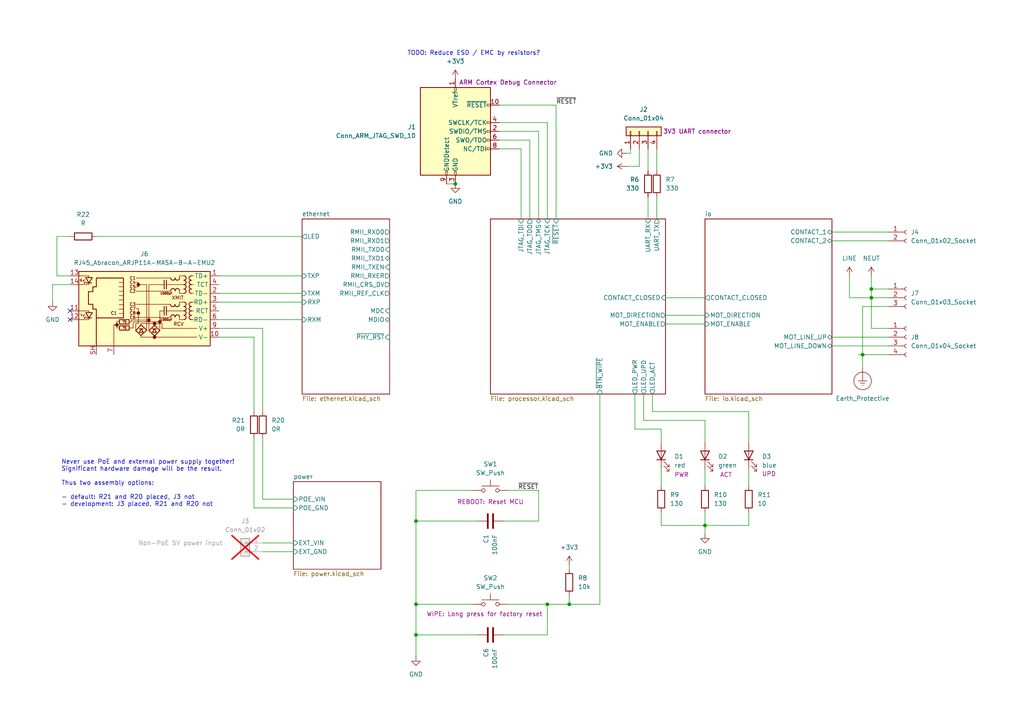
<source format=kicad_sch>
(kicad_sch (version 20250114) (generator "eeschema") (generator_version "9.0")
  (paper "A4")
  (title_block (title "iot-contact"))
  (lib_symbols
    (symbol "Connector:Conn_01x02_Socket" (pin_names (offset 1.016) (hide yes))
      (property "Reference" "J" (at 0 2.54 0))
      (property "Value" "Conn_01x02_Socket" (at 0 -5.08 0))
      (symbol "Conn_01x02_Socket_1_1"
        (polyline (pts (xy -1.27 0) (xy -0.508 0)) (stroke (width 0.1524)))
        (polyline (pts (xy -1.27 -2.54) (xy -0.508 -2.54)) (stroke (width 0.1524)))
        (arc (start 0 -0.508) (mid -0.5058 0) (end 0 0.508) (stroke (width 0.1524)))
        (arc (start 0 -3.048) (mid -0.5058 -2.54) (end 0 -2.032) (stroke (width 0.1524)))
        (pin passive line (at -5.08 0 0) (length 3.81) (name "Pin_1") (number "1"))
        (pin passive line (at -5.08 -2.54 0) (length 3.81) (name "Pin_2") (number "2"))
      )
    )
    (symbol "Connector:Conn_01x03_Socket" (pin_names (offset 1.016) (hide yes))
      (property "Reference" "J" (at 0 5.08 0))
      (property "Value" "Conn_01x03_Socket" (at 0 -5.08 0))
      (symbol "Conn_01x03_Socket_1_1"
        (polyline (pts (xy -1.27 2.54) (xy -0.508 2.54)) (stroke (width 0.1524)))
        (polyline (pts (xy -1.27 0) (xy -0.508 0)) (stroke (width 0.1524)))
        (polyline (pts (xy -1.27 -2.54) (xy -0.508 -2.54)) (stroke (width 0.1524)))
        (arc (start 0 2.032) (mid -0.5058 2.54) (end 0 3.048) (stroke (width 0.1524)))
        (arc (start 0 -0.508) (mid -0.5058 0) (end 0 0.508) (stroke (width 0.1524)))
        (arc (start 0 -3.048) (mid -0.5058 -2.54) (end 0 -2.032) (stroke (width 0.1524)))
        (pin passive line (at -5.08 2.54 0) (length 3.81) (name "Pin_1") (number "1"))
        (pin passive line (at -5.08 0 0) (length 3.81) (name "Pin_2") (number "2"))
        (pin passive line (at -5.08 -2.54 0) (length 3.81) (name "Pin_3") (number "3"))
      )
    )
    (symbol "Connector:Conn_01x04_Socket" (pin_names (offset 1.016) (hide yes))
      (property "Reference" "J" (at 0 5.08 0))
      (property "Value" "Conn_01x04_Socket" (at 0 -7.62 0))
      (symbol "Conn_01x04_Socket_1_1"
        (polyline (pts (xy -1.27 2.54) (xy -0.508 2.54)) (stroke (width 0.1524)))
        (polyline (pts (xy -1.27 0) (xy -0.508 0)) (stroke (width 0.1524)))
        (polyline (pts (xy -1.27 -2.54) (xy -0.508 -2.54)) (stroke (width 0.1524)))
        (polyline (pts (xy -1.27 -5.08) (xy -0.508 -5.08)) (stroke (width 0.1524)))
        (arc (start 0 2.032) (mid -0.5058 2.54) (end 0 3.048) (stroke (width 0.1524)))
        (arc (start 0 -0.508) (mid -0.5058 0) (end 0 0.508) (stroke (width 0.1524)))
        (arc (start 0 -3.048) (mid -0.5058 -2.54) (end 0 -2.032) (stroke (width 0.1524)))
        (arc (start 0 -5.588) (mid -0.5058 -5.08) (end 0 -4.572) (stroke (width 0.1524)))
        (pin passive line (at -5.08 2.54 0) (length 3.81) (name "Pin_1") (number "1"))
        (pin passive line (at -5.08 0 0) (length 3.81) (name "Pin_2") (number "2"))
        (pin passive line (at -5.08 -2.54 0) (length 3.81) (name "Pin_3") (number "3"))
        (pin passive line (at -5.08 -5.08 0) (length 3.81) (name "Pin_4") (number "4"))
      )
    )
    (symbol "Connector:Conn_ARM_JTAG_SWD_10" (pin_names (offset 1.016))
      (property "Reference" "J" (at -2.54 16.51 0))
      (property "Value" "Conn_ARM_JTAG_SWD_10" (at -2.54 13.97 0))
      (symbol "Conn_ARM_JTAG_SWD_10_0_1"
        (rectangle (start -10.16 12.7) (end 10.16 -12.7) (stroke (width 0.254)) (fill (type background)))
        (rectangle (start -2.794 -12.7) (end -2.286 -11.684))
        (rectangle (start -0.254 12.7) (end 0.254 11.684))
        (rectangle (start -0.254 -12.7) (end 0.254 -11.684))
        (rectangle (start 9.144 2.286) (end 10.16 2.794))
        (rectangle (start 10.16 7.874) (end 9.144 7.366))
        (rectangle (start 10.16 -0.254) (end 9.144 0.254))
        (rectangle (start 10.16 -2.794) (end 9.144 -2.286))
      )
      (symbol "Conn_ARM_JTAG_SWD_10_1_1"
        (rectangle (start 9.144 -5.334) (end 10.16 -4.826))
        (pin no_connect line (at -10.16 0 0) (length 2.54) (hide yes) (name "KEY") (number "7"))
        (pin passive line (at -2.54 -15.24 90) (length 2.54) (name "GNDDetect") (number "9"))
        (pin power_in line (at 0 15.24 270) (length 2.54) (name "VTref") (number "1"))
        (pin power_in line (at 0 -15.24 90) (length 2.54) (name "GND") (number "3"))
        (pin passive line (at 0 -15.24 90) (length 2.54) (hide yes) (name "GND") (number "5"))
        (pin open_collector line (at 12.7 7.62 180) (length 2.54) (name "~{RESET}") (number "10"))
        (pin output line (at 12.7 2.54 180) (length 2.54) (name "SWCLK/TCK") (number "4"))
        (pin bidirectional line (at 12.7 0 180) (length 2.54) (name "SWDIO/TMS") (number "2"))
        (pin input line (at 12.7 -2.54 180) (length 2.54) (name "SWO/TDO") (number "6"))
        (pin output line (at 12.7 -5.08 180) (length 2.54) (name "NC/TDI") (number "8"))
      )
    )
    (symbol "Connector:RJ45_Abracon_ARJP11A-MASA-B-A-EMU2"
      (property "Reference" "J" (at 18.415 12.7 0))
      (property "Value" "RJ45_Abracon_ARJP11A-MASA-B-A-EMU2" (at -4.445 12.7 0))
      (symbol "RJ45_Abracon_ARJP11A-MASA-B-A-EMU2_0_0"
        (polyline (pts (xy -5.08 8.89) (xy -5.08 6.35)) (stroke (width 0.254)))
        (polyline (pts (xy -5.08 1.27) (xy -5.08 -1.27)) (stroke (width 0.254)))
        (polyline (pts (xy -4.445 8.89) (xy -4.445 6.35)) (stroke (width 0.254)))
        (polyline (pts (xy -4.445 1.27) (xy -4.445 -1.27)) (stroke (width 0.254)))
        (circle (center -3.175 -3.175) (radius 0.0001) (stroke (width 0.508)))
        (circle (center -1.651 -3.683) (radius 0.0001) (stroke (width 0.508)))
        (circle (center -1.651 -7.62) (radius 0.0001) (stroke (width 0.508)))
        (circle (center 0 -2.667) (radius 0.0001) (stroke (width 0.508)))
        (circle (center 3.048 7.62) (radius 0.0001) (stroke (width 0.508)))
        (circle (center 3.048 -0.635) (radius 0.0001) (stroke (width 0.508)))
        (polyline (pts (xy 3.683 8.255) (xy 3.048 8.255) (xy 3.048 6.985) (xy 3.683 6.985)))
        (polyline (pts (xy 3.683 0.635) (xy 3.048 0.635) (xy 3.048 -0.635) (xy 3.683 -0.635)))
        (polyline (pts (xy 8.636 -4.953) (xy 9.271 -4.953) (xy 9.271 -3.048) (xy 8.636 -3.048)))
        (polyline (pts (xy 9.271 -4.064) (xy 10.16 -4.064)))
        (circle (center 9.271 -4.064) (radius 0.0001) (stroke (width 0.508)))
        (polyline (pts (xy 17.399 9.652) (xy 17.399 10.16) (xy 20.32 10.16)))
        (polyline (pts (xy 17.399 -0.508) (xy 17.399 0) (xy 20.32 0)))
        (polyline (pts (xy 20.32 7.62) (xy 17.399 7.62) (xy 17.399 8.128)))
        (polyline (pts (xy 20.32 -2.54) (xy 17.399 -2.54) (xy 17.399 -2.032)))
        (text "XMIT" (at -10.16 3.81 0) (effects (font (size 1.016 1.016)) (justify left)))
        (text "RCV" (at -10.16 -3.81 0) (effects (font (size 1.016 1.016)) (justify left)))
        (text "C1" (at 4.699 9.525 0) (effects (font (size 0.889 0.889))))
        (text "C4" (at 4.699 8.255 0) (effects (font (size 0.889 0.889))))
        (text "C5" (at 4.699 6.985 0) (effects (font (size 0.889 0.889))))
        (text "C2" (at 4.699 5.715 0) (effects (font (size 0.889 0.889))))
        (text "C3" (at 4.699 1.905 0) (effects (font (size 0.889 0.889))))
        (text "C7" (at 4.699 0.635 0) (effects (font (size 0.889 0.889))))
        (text "C8" (at 4.699 -0.635 0) (effects (font (size 0.889 0.889))))
        (text "C6" (at 4.699 -1.905 0) (effects (font (size 0.889 0.889))))
        (text "C1" (at 10.16 -0.635 0) (effects (font (size 0.889 0.889))))
      )
      (symbol "RJ45_Abracon_ARJP11A-MASA-B-A-EMU2_0_1"
        (rectangle (start -17.78 11.43) (end 20.32 -10.16) (stroke (width 0.254)) (fill (type background)))
        (polyline (pts (xy -12.3163 10.16) (xy -12.9513 10.16)))
        (polyline (pts (xy -12.3163 7.62) (xy -12.9513 7.62)))
        (polyline (pts (xy -12.3163 5.08) (xy -12.9513 5.08)))
        (polyline (pts (xy -12.3163 2.54) (xy -12.9513 2.54)))
        (polyline (pts (xy -12.3163 0) (xy -12.9513 0)))
        (polyline (pts (xy -12.3163 -2.54) (xy -12.9513 -2.54)))
        (polyline (pts (xy -10.16 10.16) (xy -8.89 10.16) (xy -8.89 9.525)))
        (polyline (pts (xy -10.16 2.54) (xy -8.89 2.54) (xy -8.89 1.905)))
        (polyline (pts (xy -8.89 5.715) (xy -8.89 5.08) (xy -10.16 5.08)))
        (polyline (pts (xy -8.89 -1.905) (xy -8.89 -2.54) (xy -10.16 -2.54)))
        (polyline (pts (xy -6.35 9.525) (xy 3.683 9.525)))
        (polyline (pts (xy -6.35 5.715) (xy 3.683 5.715)))
        (polyline (pts (xy -6.35 -1.905) (xy 3.683 -1.905)))
        (polyline (pts (xy -6.223 1.905) (xy 3.683 1.905)))
        (polyline (pts (xy -5.08 7.62) (xy -10.16 7.62)))
        (polyline (pts (xy -5.08 0) (xy -10.16 0)))
        (polyline (pts (xy -4.445 7.62) (xy 0 7.62) (xy 0 -5.715)))
        (polyline (pts (xy -4.445 0) (xy -3.175 0) (xy -3.175 -5.715)))
        (polyline (pts (xy 7.366 5.715) (xy 8.636 5.715)))
        (polyline (pts (xy 7.366 4.445) (xy 8.636 4.445)))
        (polyline (pts (xy 7.366 3.175) (xy 8.636 3.175)))
        (polyline (pts (xy 7.366 1.778) (xy 8.636 1.778)))
        (polyline (pts (xy 7.366 0.508) (xy 8.636 0.508)))
        (polyline (pts (xy 8.636 8.255) (xy 7.366 8.255)))
        (polyline (pts (xy 8.636 6.985) (xy 7.366 6.985)))
        (polyline (pts (xy 8.636 -0.762) (xy 7.366 -0.762)))
      )
      (symbol "RJ45_Abracon_ARJP11A-MASA-B-A-EMU2_1_0"
        (text "1000pF" (at -5.08 5.08 0) (effects (font (size 0.635 0.635))))
        (text "1000pF" (at -5.08 -2.54 0) (effects (font (size 0.635 0.635))))
      )
      (symbol "RJ45_Abracon_ARJP11A-MASA-B-A-EMU2_1_1"
        (polyline (pts (xy -13.97 -5.08) (xy -3.81 -5.08)))
        (polyline (pts (xy -13.97 -7.62) (xy 2.286 -7.62)))
        (arc (start -12.3163 2.54) (mid -11.684 1.905) (end -12.3163 1.27) (stroke (width 0.254)))
        (arc (start -12.3136 10.16) (mid -11.6813 9.525) (end -12.3136 8.89) (stroke (width 0.254)))
        (arc (start -12.3136 1.27) (mid -11.6813 0.635) (end -12.3136 0) (stroke (width 0.254)))
        (arc (start -12.3136 0) (mid -11.6813 -0.635) (end -12.3136 -1.27) (stroke (width 0.254)))
        (arc (start -12.3136 -1.27) (mid -11.6813 -1.905) (end -12.3136 -2.54) (stroke (width 0.254)))
        (arc (start -12.3109 8.89) (mid -11.6786 8.255) (end -12.3109 7.62) (stroke (width 0.254)))
        (arc (start -12.3109 7.62) (mid -11.6786 6.985) (end -12.3109 6.35) (stroke (width 0.254)))
        (arc (start -12.3109 6.35) (mid -11.6786 5.715) (end -12.3109 5.08) (stroke (width 0.254)))
        (arc (start -10.1654 8.89) (mid -10.7977 9.525) (end -10.1654 10.16) (stroke (width 0.254)))
        (arc (start -10.1654 7.62) (mid -10.7977 8.255) (end -10.1654 8.89) (stroke (width 0.254)))
        (arc (start -10.1654 6.35) (mid -10.7977 6.985) (end -10.1654 7.62) (stroke (width 0.254)))
        (arc (start -10.1654 1.27) (mid -10.7977 1.905) (end -10.1654 2.54) (stroke (width 0.254)))
        (arc (start -10.1654 0) (mid -10.7977 0.635) (end -10.1654 1.27) (stroke (width 0.254)))
        (arc (start -10.1654 -1.27) (mid -10.7977 -0.635) (end -10.1654 0) (stroke (width 0.254)))
        (arc (start -10.1627 5.08) (mid -10.795 5.715) (end -10.1627 6.35) (stroke (width 0.254)))
        (arc (start -10.1627 -2.54) (mid -10.795 -1.905) (end -10.1627 -1.27) (stroke (width 0.254)))
        (arc (start -7.62 9.5223) (mid -8.255 8.89) (end -8.89 9.5223) (stroke (width 0.254)))
        (arc (start -8.89 5.8447) (mid -8.255 6.477) (end -7.62 5.8447) (stroke (width 0.254)))
        (arc (start -8.89 -1.7753) (mid -8.255 -1.143) (end -7.62 -1.7753) (stroke (width 0.254)))
        (arc (start -7.5565 1.8388) (mid -8.1915 1.2065) (end -8.8265 1.8388) (stroke (width 0.254)))
        (arc (start -6.35 9.525) (mid -6.985 8.8927) (end -7.62 9.525) (stroke (width 0.254)))
        (arc (start -7.62 5.8474) (mid -6.985 6.4797) (end -6.35 5.8474) (stroke (width 0.254)))
        (arc (start -7.62 -1.7726) (mid -6.985 -1.1403) (end -6.35 -1.7726) (stroke (width 0.254)))
        (arc (start -6.2865 1.8415) (mid -6.9215 1.2092) (end -7.5565 1.8415) (stroke (width 0.254)))
        (polyline (pts (xy -3.81 -5.08) (xy -3.81 -3.683) (xy -1.651 -3.683)))
        (polyline (pts (xy -2.159 -5.207) (xy -1.016 -5.207)) (stroke (width 0.254)))
        (polyline (pts (xy -2.159 -6.223) (xy -1.016 -6.223) (xy -1.651 -5.207) (xy -2.159 -6.223)) (stroke (width 0.254)))
        (polyline (pts (xy -1.905 -3.683) (xy -1.651 -3.683) (xy -1.651 -4.191)))
        (polyline (pts (xy -1.651 -3.683) (xy 2.286 -3.683) (xy 2.286 -4.064)))
        (polyline (pts (xy -1.651 -4.191) (xy -3.175 -5.715) (xy -1.651 -7.239) (xy 0 -5.715) (xy -1.651 -4.191)) (stroke (width 0.254)))
        (polyline (pts (xy -1.651 -7.239) (xy -1.651 -7.493)))
        (polyline (pts (xy 1.651 -5.207) (xy 2.794 -5.207)) (stroke (width 0.254)))
        (polyline (pts (xy 1.651 -6.223) (xy 2.794 -6.223) (xy 2.159 -5.207) (xy 1.651 -6.223)) (stroke (width 0.254)))
        (polyline (pts (xy 2.286 -4.064) (xy 0.635 -5.588) (xy 2.286 -7.112) (xy 3.81 -5.715) (xy 2.286 -4.064)) (stroke (width 0.254)))
        (polyline (pts (xy 2.286 -7.112) (xy 2.286 -7.62)))
        (polyline (pts (xy 3.048 7.62) (xy 0.635 7.62) (xy 0.635 -5.588)))
        (polyline (pts (xy 3.048 -0.508) (xy 3.048 -3.683) (xy 3.81 -3.683) (xy 3.81 -5.715)))
        (polyline (pts (xy 5.715 -3.175) (xy 5.08 -3.175) (xy 5.08 -2.667) (xy 0 -2.667)))
        (polyline (pts (xy 5.715 -4.953) (xy 4.572 -4.953) (xy 4.572 -3.175) (xy -3.175 -3.175)))
        (polyline (pts (xy 7.366 -2.032) (xy 7.366 9.525) (xy 15.24 9.525) (xy 15.24 6.985) (xy 16.256 6.985) (xy 16.256 5.588) (xy 17.526 5.588) (xy 17.526 1.905) (xy 16.256 1.905) (xy 16.256 0.508) (xy 15.24 0.508) (xy 15.24 -2.032) (xy 7.366 -2.032)) (stroke (width 0.254)))
        (rectangle (start 8.509 -3.81) (end 5.715 -2.54) (stroke (width 0.254)))
        (rectangle (start 8.509 -5.588) (end 5.715 -4.318) (stroke (width 0.254)))
        (polyline (pts (xy 10.16 -4.064) (xy 10.16 -10.16)))
        (polyline (pts (xy 15.24 -10.16) (xy 15.24 -2.032)) (stroke (width 0.254)))
        (polyline (pts (xy 18.161 8.128) (xy 16.637 8.128)) (stroke (width 0.254)))
        (polyline (pts (xy 18.161 -2.032) (xy 16.637 -2.032)) (stroke (width 0.254)))
        (polyline (pts (xy 18.288 9.652) (xy 16.383 9.652) (xy 17.399 8.128) (xy 18.288 9.652)) (stroke (width 0.254)))
        (polyline (pts (xy 18.288 8.509) (xy 18.796 8.001) (xy 18.542 8.001)))
        (polyline (pts (xy 18.288 -0.508) (xy 16.383 -0.508) (xy 17.399 -2.032) (xy 18.288 -0.508)) (stroke (width 0.254)))
        (polyline (pts (xy 18.288 -1.651) (xy 18.796 -2.159) (xy 18.542 -2.159)))
        (polyline (pts (xy 18.542 9.144) (xy 19.05 8.636) (xy 18.796 8.636)))
        (polyline (pts (xy 18.542 -1.016) (xy 19.05 -1.524) (xy 18.796 -1.524)))
        (polyline (pts (xy 18.796 8.001) (xy 18.796 8.255)))
        (polyline (pts (xy 18.796 -2.159) (xy 18.796 -1.905)))
        (polyline (pts (xy 19.05 8.636) (xy 19.05 8.89)))
        (polyline (pts (xy 19.05 -1.524) (xy 19.05 -1.27)))
        (text "75" (at 7.112 -3.175 0) (effects (font (size 0.635 0.635))))
        (text "75" (at 7.112 -4.953 0) (effects (font (size 0.635 0.635))))
        (text "Y" (at 19.558 -1.27 0) (effects (font (size 0.635 0.635))))
        (text "G" (at 19.685 8.89 0) (effects (font (size 0.635 0.635))))
        (pin passive line (at -20.32 10.16 0) (length 2.54) (name "TD+") (number "1"))
        (pin passive line (at -20.32 7.62 0) (length 2.54) (name "TCT") (number "4"))
        (pin passive line (at -20.32 5.08 0) (length 2.54) (name "TD-") (number "2"))
        (pin passive line (at -20.32 2.54 0) (length 2.54) (name "RD+") (number "3"))
        (pin passive line (at -20.32 0 0) (length 2.54) (name "RCT") (number "5"))
        (pin passive line (at -20.32 -2.54 0) (length 2.54) (name "RD-") (number "6"))
        (pin power_out line (at -20.32 -5.08 0) (length 2.54) (name "V+") (number "9"))
        (pin power_out line (at -20.32 -7.62 0) (length 2.54) (name "V-") (number "10"))
        (pin power_in line (at 10.16 -12.7 90) (length 2.54) (name "") (number "7"))
        (pin passive line (at 15.24 -12.7 90) (length 2.54) (name "") (number "SH"))
        (pin no_connect line (at 20.32 5.08 0) (length 0) (hide yes) (name "NC") (number "8"))
        (pin passive line (at 22.86 10.16 180) (length 2.54) (name "") (number "13"))
        (pin passive line (at 22.86 7.62 180) (length 2.54) (name "") (number "14"))
        (pin passive line (at 22.86 0 180) (length 2.54) (name "") (number "11"))
        (pin passive line (at 22.86 -2.54 180) (length 2.54) (name "") (number "12"))
      )
    )
    (symbol "Connector_Generic:Conn_01x02" (pin_names (offset 1.016) (hide yes))
      (property "Reference" "J" (at 0 2.54 0))
      (property "Value" "Conn_01x02" (at 0 -5.08 0))
      (symbol "Conn_01x02_1_1"
        (rectangle (start -1.27 1.27) (end 1.27 -3.81) (stroke (width 0.254)) (fill (type background)))
        (rectangle (start -1.27 0.127) (end 0 -0.127) (stroke (width 0.1524)))
        (rectangle (start -1.27 -2.413) (end 0 -2.667) (stroke (width 0.1524)))
        (pin passive line (at -5.08 0 0) (length 3.81) (name "Pin_1") (number "1"))
        (pin passive line (at -5.08 -2.54 0) (length 3.81) (name "Pin_2") (number "2"))
      )
    )
    (symbol "Connector_Generic:Conn_01x04" (pin_names (offset 1.016) (hide yes))
      (property "Reference" "J" (at 0 5.08 0))
      (property "Value" "Conn_01x04" (at 0 -7.62 0))
      (symbol "Conn_01x04_1_1"
        (rectangle (start -1.27 3.81) (end 1.27 -6.35) (stroke (width 0.254)) (fill (type background)))
        (rectangle (start -1.27 2.667) (end 0 2.413) (stroke (width 0.1524)))
        (rectangle (start -1.27 0.127) (end 0 -0.127) (stroke (width 0.1524)))
        (rectangle (start -1.27 -2.413) (end 0 -2.667) (stroke (width 0.1524)))
        (rectangle (start -1.27 -4.953) (end 0 -5.207) (stroke (width 0.1524)))
        (pin passive line (at -5.08 2.54 0) (length 3.81) (name "Pin_1") (number "1"))
        (pin passive line (at -5.08 0 0) (length 3.81) (name "Pin_2") (number "2"))
        (pin passive line (at -5.08 -2.54 0) (length 3.81) (name "Pin_3") (number "3"))
        (pin passive line (at -5.08 -5.08 0) (length 3.81) (name "Pin_4") (number "4"))
      )
    )
    (symbol "Device:C" (pin_numbers (hide yes)) (pin_names (offset 0.254))
      (property "Reference" "C" (at 0.635 2.54 0))
      (property "Value" "C" (at 0.635 -2.54 0))
      (symbol "C_0_1"
        (polyline (pts (xy -2.032 0.762) (xy 2.032 0.762)) (stroke (width 0.508)))
        (polyline (pts (xy -2.032 -0.762) (xy 2.032 -0.762)) (stroke (width 0.508)))
      )
      (symbol "C_1_1"
        (pin passive line (at 0 3.81 270) (length 2.794) (name "~") (number "1"))
        (pin passive line (at 0 -3.81 90) (length 2.794) (name "~") (number "2"))
      )
    )
    (symbol "Device:LED" (pin_numbers (hide yes)) (pin_names (offset 1.016) (hide yes))
      (property "Reference" "D" (at 0 2.54 0))
      (property "Value" "LED" (at 0 -2.54 0))
      (symbol "LED_0_1"
        (polyline (pts (xy -3.048 -0.762) (xy -4.572 -2.286) (xy -3.81 -2.286) (xy -4.572 -2.286) (xy -4.572 -1.524)))
        (polyline (pts (xy -1.778 -0.762) (xy -3.302 -2.286) (xy -2.54 -2.286) (xy -3.302 -2.286) (xy -3.302 -1.524)))
        (polyline (pts (xy -1.27 0) (xy 1.27 0)))
        (polyline (pts (xy -1.27 -1.27) (xy -1.27 1.27)) (stroke (width 0.254)))
        (polyline (pts (xy 1.27 -1.27) (xy 1.27 1.27) (xy -1.27 0) (xy 1.27 -1.27)) (stroke (width 0.254)))
      )
      (symbol "LED_1_1"
        (pin passive line (at -3.81 0 0) (length 2.54) (name "K") (number "1"))
        (pin passive line (at 3.81 0 180) (length 2.54) (name "A") (number "2"))
      )
    )
    (symbol "Device:R" (pin_numbers (hide yes)) (pin_names (offset 0))
      (property "Reference" "R" (at 2.032 0 90))
      (property "Value" "R" (at 0 0 90))
      (symbol "R_0_1"
        (rectangle (start -1.016 -2.54) (end 1.016 2.54) (stroke (width 0.254)))
      )
      (symbol "R_1_1"
        (pin passive line (at 0 3.81 270) (length 1.27) (name "~") (number "1"))
        (pin passive line (at 0 -3.81 90) (length 1.27) (name "~") (number "2"))
      )
    )
    (symbol "Switch:SW_Push" (pin_numbers (hide yes)) (pin_names (offset 1.016) (hide yes))
      (property "Reference" "SW" (at 1.27 2.54 0))
      (property "Value" "SW_Push" (at 0 -1.524 0))
      (symbol "SW_Push_0_1"
        (circle (center -2.032 0) (radius 0.508))
        (polyline (pts (xy 0 1.27) (xy 0 3.048)))
        (circle (center 2.032 0) (radius 0.508))
        (polyline (pts (xy 2.54 1.27) (xy -2.54 1.27)))
        (pin passive line (at -5.08 0 0) (length 2.54) (name "1") (number "1"))
        (pin passive line (at 5.08 0 180) (length 2.54) (name "2") (number "2"))
      )
    )
    (symbol "power:+3V3" (power) (pin_numbers (hide yes)) (pin_names (offset 0) (hide yes))
      (property "Value" "+3V3" (at 0 3.556 0))
      (symbol "+3V3_0_1"
        (polyline (pts (xy -0.762 1.27) (xy 0 2.54)))
        (polyline (pts (xy 0 2.54) (xy 0.762 1.27)))
        (polyline (pts (xy 0 0) (xy 0 2.54)))
      )
      (symbol "+3V3_1_1"
        (pin power_in line (at 0 0 90) (length 0) (name "~") (number "1"))
      )
    )
    (symbol "power:Earth_Protective" (power) (pin_numbers (hide yes)) (pin_names (offset 0) (hide yes))
      (property "Value" "Earth_Protective" (at 0 -7.62 0))
      (symbol "Earth_Protective_0_1"
        (polyline (pts (xy -0.635 -4.445) (xy 0.635 -4.445)))
        (polyline (pts (xy -0.127 -5.08) (xy 0.127 -5.08)))
        (polyline (pts (xy 0 -3.81) (xy 0 0)))
        (circle (center 0 -3.81) (radius 2.54))
        (polyline (pts (xy 1.27 -3.81) (xy -1.27 -3.81)))
      )
      (symbol "Earth_Protective_1_1"
        (pin power_in line (at 0 0 270) (length 0) (name "~") (number "1"))
      )
    )
    (symbol "power:GND" (power) (pin_numbers (hide yes)) (pin_names (offset 0) (hide yes))
      (property "Value" "GND" (at 0 -3.81 0))
      (symbol "GND_0_1"
        (polyline (pts (xy 0 0) (xy 0 -1.27) (xy 1.27 -1.27) (xy 0 -2.54) (xy -1.27 -1.27) (xy 0 -1.27)))
      )
      (symbol "GND_1_1"
        (pin power_in line (at 0 0 270) (length 0) (name "~") (number "1"))
      )
    )
    (symbol "power:LINE" (power) (pin_numbers (hide yes)) (pin_names (offset 0) (hide yes))
      (property "Value" "LINE" (at 0 3.556 0))
      (symbol "LINE_0_1"
        (polyline (pts (xy -0.762 1.27) (xy 0 2.54)))
        (polyline (pts (xy 0 2.54) (xy 0.762 1.27)))
        (polyline (pts (xy 0 0) (xy 0 2.54)))
      )
      (symbol "LINE_1_1"
        (pin power_in line (at 0 0 90) (length 0) (name "~") (number "1"))
      )
    )
    (symbol "power:NEUT" (power) (pin_numbers (hide yes)) (pin_names (offset 0) (hide yes))
      (property "Value" "NEUT" (at 0 3.556 0))
      (symbol "NEUT_0_1"
        (polyline (pts (xy -0.762 1.27) (xy 0 2.54)))
        (polyline (pts (xy 0 2.54) (xy 0.762 1.27)))
        (polyline (pts (xy 0 0) (xy 0 2.54)))
      )
      (symbol "NEUT_1_1"
        (pin power_in line (at 0 0 90) (length 0) (name "~") (number "1"))
      )
    )
  )
  (text "Never use PoE and external power supply together!\nSignificant hardware damage will be the result.\n\nThus two assembly options:\n\n- default: R21 and R20 placed, J3 not\n- development: J3 placed, R21 and R20 not" (at 17.78 140.208 0) (effects (font (size 1.27 1.27)) (justify left)))
  (text "TODO: Reduce ESD / EMC by resistors?" (at 137.414 15.494 0) (effects (font (size 1.27 1.27))))
  (junction (at 120.65 184.15))
  (junction (at 250.19 102.87))
  (junction (at 120.65 175.26))
  (junction (at 204.47 152.4))
  (junction (at 165.1 175.26))
  (junction (at 120.65 151.13))
  (junction (at 158.75 175.26))
  (junction (at 252.73 86.36))
  (junction (at 252.73 83.82))
  (junction (at 132.08 53.34))
  (no_connect (at 20.32 90.17))
  (no_connect (at 20.32 92.71))
  (wire (pts (xy 204.47 152.4) (xy 204.47 154.94)))
  (wire (pts (xy 153.67 40.64) (xy 153.67 63.5)))
  (wire (pts (xy 190.5 57.15) (xy 190.5 63.5)))
  (wire (pts (xy 120.65 175.26) (xy 137.16 175.26)))
  (wire (pts (xy 120.65 175.26) (xy 120.65 184.15)))
  (wire (pts (xy 241.3 97.79) (xy 257.81 97.79)))
  (wire (pts (xy 257.81 95.25) (xy 252.73 95.25)))
  (wire (pts (xy 76.2 127) (xy 76.2 144.78)))
  (wire (pts (xy 250.19 102.87) (xy 248.92 102.87)))
  (wire (pts (xy 241.3 67.31) (xy 257.81 67.31)))
  (wire (pts (xy 146.05 151.13) (xy 156.21 151.13)))
  (wire (pts (xy 185.42 48.26) (xy 181.61 48.26)))
  (wire (pts (xy 158.75 184.15) (xy 158.75 175.26)))
  (wire (pts (xy 252.73 86.36) (xy 257.81 86.36)))
  (wire (pts (xy 147.32 175.26) (xy 158.75 175.26)))
  (wire (pts (xy 191.77 148.59) (xy 191.77 152.4)))
  (wire (pts (xy 252.73 95.25) (xy 252.73 86.36)))
  (wire (pts (xy 20.32 82.55) (xy 15.24 82.55)))
  (wire (pts (xy 144.78 35.56) (xy 158.75 35.56)))
  (wire (pts (xy 165.1 175.26) (xy 158.75 175.26)))
  (wire (pts (xy 193.04 86.36) (xy 204.47 86.36)))
  (wire (pts (xy 144.78 30.48) (xy 161.29 30.48)))
  (wire (pts (xy 246.38 86.36) (xy 252.73 86.36)))
  (wire (pts (xy 161.29 30.48) (xy 161.29 63.5)))
  (wire (pts (xy 16.51 68.58) (xy 16.51 80.01)))
  (wire (pts (xy 173.99 114.3) (xy 173.99 175.26)))
  (wire (pts (xy 27.94 68.58) (xy 87.63 68.58)))
  (wire (pts (xy 120.65 142.24) (xy 120.65 151.13)))
  (wire (pts (xy 191.77 152.4) (xy 204.47 152.4)))
  (wire (pts (xy 241.3 69.85) (xy 257.81 69.85)))
  (wire (pts (xy 129.54 53.34) (xy 132.08 53.34)))
  (wire (pts (xy 16.51 80.01) (xy 20.32 80.01)))
  (wire (pts (xy 189.23 114.3) (xy 189.23 119.38)))
  (wire (pts (xy 144.78 40.64) (xy 153.67 40.64)))
  (wire (pts (xy 73.66 97.79) (xy 73.66 119.38)))
  (wire (pts (xy 181.61 44.45) (xy 182.88 44.45)))
  (wire (pts (xy 252.73 83.82) (xy 257.81 83.82)))
  (wire (pts (xy 187.96 57.15) (xy 187.96 63.5)))
  (wire (pts (xy 63.5 95.25) (xy 76.2 95.25)))
  (wire (pts (xy 120.65 151.13) (xy 120.65 175.26)))
  (wire (pts (xy 63.5 92.71) (xy 87.63 92.71)))
  (wire (pts (xy 184.15 124.46) (xy 184.15 114.3)))
  (wire (pts (xy 250.19 102.87) (xy 250.19 88.9)))
  (wire (pts (xy 185.42 43.18) (xy 185.42 48.26)))
  (wire (pts (xy 252.73 83.82) (xy 252.73 86.36)))
  (wire (pts (xy 217.17 135.89) (xy 217.17 140.97)))
  (wire (pts (xy 144.78 43.18) (xy 151.13 43.18)))
  (wire (pts (xy 120.65 151.13) (xy 138.43 151.13)))
  (wire (pts (xy 165.1 163.83) (xy 165.1 165.1)))
  (wire (pts (xy 187.96 43.18) (xy 187.96 49.53)))
  (wire (pts (xy 165.1 172.72) (xy 165.1 175.26)))
  (wire (pts (xy 182.88 44.45) (xy 182.88 43.18)))
  (wire (pts (xy 120.65 184.15) (xy 120.65 190.5)))
  (wire (pts (xy 76.2 160.02) (xy 85.09 160.02)))
  (wire (pts (xy 156.21 38.1) (xy 156.21 63.5)))
  (wire (pts (xy 73.66 127) (xy 73.66 147.32)))
  (wire (pts (xy 189.23 119.38) (xy 217.17 119.38)))
  (wire (pts (xy 63.5 97.79) (xy 73.66 97.79)))
  (wire (pts (xy 190.5 43.18) (xy 190.5 49.53)))
  (wire (pts (xy 193.04 91.44) (xy 204.47 91.44)))
  (wire (pts (xy 217.17 152.4) (xy 204.47 152.4)))
  (wire (pts (xy 76.2 144.78) (xy 85.09 144.78)))
  (wire (pts (xy 173.99 175.26) (xy 165.1 175.26)))
  (wire (pts (xy 158.75 35.56) (xy 158.75 63.5)))
  (wire (pts (xy 246.38 80.01) (xy 246.38 86.36)))
  (wire (pts (xy 186.69 114.3) (xy 186.69 121.92)))
  (wire (pts (xy 63.5 80.01) (xy 87.63 80.01)))
  (wire (pts (xy 250.19 102.87) (xy 257.81 102.87)))
  (wire (pts (xy 250.19 106.68) (xy 250.19 102.87)))
  (wire (pts (xy 144.78 38.1) (xy 156.21 38.1)))
  (wire (pts (xy 250.19 88.9) (xy 257.81 88.9)))
  (wire (pts (xy 191.77 124.46) (xy 191.77 128.27)))
  (wire (pts (xy 204.47 135.89) (xy 204.47 140.97)))
  (wire (pts (xy 204.47 121.92) (xy 204.47 128.27)))
  (wire (pts (xy 252.73 80.01) (xy 252.73 83.82)))
  (wire (pts (xy 151.13 43.18) (xy 151.13 63.5)))
  (wire (pts (xy 186.69 121.92) (xy 204.47 121.92)))
  (wire (pts (xy 76.2 157.48) (xy 85.09 157.48)))
  (wire (pts (xy 120.65 142.24) (xy 137.16 142.24)))
  (wire (pts (xy 217.17 119.38) (xy 217.17 128.27)))
  (wire (pts (xy 193.04 93.98) (xy 204.47 93.98)))
  (wire (pts (xy 191.77 124.46) (xy 184.15 124.46)))
  (wire (pts (xy 73.66 147.32) (xy 85.09 147.32)))
  (wire (pts (xy 191.77 135.89) (xy 191.77 140.97)))
  (wire (pts (xy 241.3 100.33) (xy 257.81 100.33)))
  (wire (pts (xy 204.47 148.59) (xy 204.47 152.4)))
  (wire (pts (xy 147.32 142.24) (xy 156.21 142.24)))
  (wire (pts (xy 20.32 68.58) (xy 16.51 68.58)))
  (wire (pts (xy 146.05 184.15) (xy 158.75 184.15)))
  (wire (pts (xy 15.24 82.55) (xy 15.24 87.63)))
  (wire (pts (xy 76.2 95.25) (xy 76.2 119.38)))
  (wire (pts (xy 217.17 148.59) (xy 217.17 152.4)))
  (wire (pts (xy 138.43 184.15) (xy 120.65 184.15)))
  (wire (pts (xy 63.5 85.09) (xy 87.63 85.09)))
  (wire (pts (xy 156.21 151.13) (xy 156.21 142.24)))
  (wire (pts (xy 63.5 87.63) (xy 87.63 87.63)))
  (label "~{RESET}" (at 161.29 30.48 0))
  (label "~{RESET}" (at 156.21 142.24 180))
  (symbol (lib_id "Device:R") (at 217.17 144.78 0) (unit 1)
    (property "Reference" "R11" (at 219.71 143.5099 0) (effects (justify left)))
    (property "Value" "10" (at 219.71 146.0499 0) (effects (justify left)))
    (property "Description" "Resistor" (effects (hide yes)))
  )
  (symbol (lib_id "Connector:RJ45_Abracon_ARJP11A-MASA-B-A-EMU2") (at 43.18 90.17 0) (mirror y) (unit 1)
    (property "Reference" "J6" (at 41.91 73.66 0))
    (property "Value" "RJ45_Abracon_ARJP11A-MASA-B-A-EMU2" (at 41.91 76.2 0))
    (property "Footprint" "Connector_RJ:RJ45_Abracon_ARJP11A-MA_Horizontal" (effects (hide yes)))
    (property "Datasheet" "https://abracon.com/Magnetics/lan/ARJP11A.PDF" (effects (hide yes)))
    (property "Description" "RJ45 PoE 10/100 Base-TX Jack with Magnetic Module" (effects (hide yes)))
  )
  (symbol (lib_id "Switch:SW_Push") (at 142.24 142.24 0) (mirror y) (unit 1)
    (property "Reference" "SW1" (at 142.24 134.62 0))
    (property "Value" "SW_Push" (at 142.24 137.16 0))
    (property "Footprint" "Button_Switch_SMD:SW_SPST_TL3305B" (effects (hide yes)))
    (property "Datasheet" "https://www.e-switch.com/wp-content/uploads/2024/08/TL3305.pdf" (effects (hide yes)))
    (property "Description" "REBOOT: Reset MCU" (at 132.588 145.542 0) (effects (justify right)))
    (property "MPN" "TL3305BF260QG" (effects (hide yes)))
    (property "Manufacturer" "E-Switch" (effects (hide yes)))
  )
  (symbol (lib_id "Connector:Conn_01x04_Socket") (at 262.89 97.79 0) (unit 1)
    (property "Reference" "J8" (at 264.16 97.7899 0) (effects (justify left)))
    (property "Value" "Conn_01x04_Socket" (at 264.16 100.3299 0) (effects (justify left)))
    (property "Footprint" "TerminalBlock_WAGO:TerminalBlock_WAGO_236-404_1x04_P5.00mm_45Degree" (effects (hide yes)))
    (property "Description" "Generic connector, single row, 01x04, script generated" (effects (hide yes)))
  )
  (symbol (lib_id "Device:R") (at 76.2 123.19 0) (unit 1)
    (property "Reference" "R20" (at 78.74 121.9199 0) (effects (justify left)))
    (property "Value" "0R" (at 78.74 124.4599 0) (effects (justify left)))
    (property "Description" "Resistor" (effects (hide yes)))
  )
  (symbol (lib_id "Device:R") (at 190.5 53.34 0) (unit 1)
    (property "Reference" "R7" (at 193.04 52.0699 0) (effects (justify left)))
    (property "Value" "330" (at 193.04 54.6099 0) (effects (justify left)))
    (property "Description" "Resistor" (effects (hide yes)))
  )
  (symbol (lib_id "Switch:SW_Push") (at 142.24 175.26 0) (mirror y) (unit 1)
    (property "Reference" "SW2" (at 142.24 167.64 0))
    (property "Value" "SW_Push" (at 142.24 170.18 0))
    (property "Footprint" "Button_Switch_SMD:SW_SPST_TL3305B" (effects (hide yes)))
    (property "Datasheet" "https://www.e-switch.com/wp-content/uploads/2024/08/TL3305.pdf" (effects (hide yes)))
    (property "Description" "WIPE: Long press for factory reset" (at 123.698 178.054 0) (effects (justify right)))
    (property "MPN" "TL3305BF260QG" (effects (hide yes)))
    (property "Manufacturer" "E-Switch" (effects (hide yes)))
  )
  (symbol (lib_id "Device:LED") (at 217.17 132.08 90) (unit 1)
    (property "Reference" "D3" (at 220.98 132.3974 90) (effects (justify right)))
    (property "Value" "blue" (at 220.98 134.9374 90) (effects (justify right)))
    (property "Footprint" "LED_SMD:LED_1206_3216Metric" (effects (hide yes)))
    (property "Datasheet" "https://s3-us-west-2.amazonaws.com/catsy.557/Dialight_CBI_data_598-1206_Apr2018.pdf" (effects (hide yes)))
    (property "Description" "UPD" (at 220.98 137.414 90) (effects (justify right)))
    (property "MPN" "598-8291-107F" (effects (hide yes)))
    (property "Manufacturer" "Dialight" (effects (hide yes)))
  )
  (symbol (lib_id "Connector_Generic:Conn_01x04") (at 185.42 38.1 90) (unit 1)
    (property "Reference" "J2" (at 186.69 31.75 90))
    (property "Value" "Conn_01x04" (at 186.69 34.29 90))
    (property "Footprint" "Connector_PinHeader_2.54mm:PinHeader_1x04_P2.54mm_Vertical" (effects (hide yes)))
    (property "Description" "3V3 UART connector" (at 202.184 38.1 90))
  )
  (symbol (lib_id "Device:R") (at 73.66 123.19 0) (unit 1)
    (property "Reference" "R21" (at 71.12 121.9199 0) (effects (justify right)))
    (property "Value" "0R" (at 71.12 124.4599 0) (effects (justify right)))
    (property "Description" "Resistor" (effects (hide yes)))
  )
  (symbol (lib_id "Connector:Conn_01x03_Socket") (at 262.89 86.36 0) (unit 1)
    (property "Reference" "J7" (at 264.16 85.0899 0) (effects (justify left)))
    (property "Value" "Conn_01x03_Socket" (at 264.16 87.6299 0) (effects (justify left)))
    (property "Footprint" "TerminalBlock_WAGO:TerminalBlock_WAGO_236-403_1x03_P5.00mm_45Degree" (effects (hide yes)))
    (property "Description" "Generic connector, single row, 01x03, script generated" (effects (hide yes)))
  )
  (symbol (lib_id "Device:R") (at 165.1 168.91 0) (unit 1)
    (property "Reference" "R8" (at 167.64 167.6399 0) (effects (justify left)))
    (property "Value" "10k" (at 167.64 170.1799 0) (effects (justify left)))
    (property "Description" "Resistor" (effects (hide yes)))
  )
  (symbol (lib_id "power:NEUT") (at 252.73 80.01 0) (unit 1)
    (property "Reference" "#PWR027" (effects (hide yes)))
    (property "Value" "NEUT" (at 252.73 74.93 0))
    (property "Description" "Power symbol creates a global label with name \"NEUT\"" (effects (hide yes)))
  )
  (symbol (lib_id "Connector:Conn_ARM_JTAG_SWD_10") (at 132.08 38.1 0) (unit 1)
    (property "Reference" "J1" (at 120.65 36.8299 0) (effects (justify right)))
    (property "Value" "Conn_ARM_JTAG_SWD_10" (at 120.65 39.3699 0) (effects (justify right)))
    (property "Datasheet" "https://mm.digikey.com/Volume0/opasdata/d220001/medias/docus/6209/ftsh-1xx-xx-xxx-dv-xxx-xxx-x-xx-mkt.pdf" (effects (hide yes)))
    (property "Description" "ARM Cortex Debug Connector" (at 147.32 23.876 0))
    (property "MPN" "FTSH-105-01-L-DV-007-K-TR" (effects (hide yes)))
    (property "Manufacturer" "samtec" (effects (hide yes)))
  )
  (symbol (lib_id "Connector_Generic:Conn_01x02") (at 71.12 157.48 0) (mirror y) (unit 1) (dnp yes)
    (property "Reference" "J3" (at 71.12 151.13 0))
    (property "Value" "Conn_01x02" (at 71.12 153.67 0))
    (property "Footprint" "Connector_PinHeader_2.54mm:PinHeader_1x02_P2.54mm_Vertical" (effects (hide yes)))
    (property "Description" "Non-PoE 5V power input" (at 52.324 157.48 0))
  )
  (symbol (lib_id "power:GND") (at 120.65 190.5 0) (unit 1)
    (property "Reference" "#PWR04" (effects (hide yes)))
    (property "Value" "GND" (at 120.65 195.58 0))
    (property "Description" "Power symbol creates a global label with name \"GND\" , ground" (effects (hide yes)))
  )
  (symbol (lib_id "power:+3V3") (at 181.61 48.26 90) (unit 1)
    (property "Reference" "#PWR06" (effects (hide yes)))
    (property "Value" "+3V3" (at 177.8 48.2599 90) (effects (justify left)))
    (property "Description" "Power symbol creates a global label with name \"+3V3\"" (effects (hide yes)))
  )
  (symbol (lib_id "power:+3V3") (at 165.1 163.83 0) (unit 1)
    (property "Reference" "#PWR013" (effects (hide yes)))
    (property "Value" "+3V3" (at 165.1 158.75 0))
    (property "Description" "Power symbol creates a global label with name \"+3V3\"" (effects (hide yes)))
  )
  (symbol (lib_id "Device:LED") (at 204.47 132.08 90) (unit 1)
    (property "Reference" "D2" (at 208.28 132.3974 90) (effects (justify right)))
    (property "Value" "green" (at 208.28 134.9374 90) (effects (justify right)))
    (property "Footprint" "LED_SMD:LED_1206_3216Metric" (effects (hide yes)))
    (property "Datasheet" "https://s3-us-west-2.amazonaws.com/catsy.557/Dialight_CBI_data_598-1206_Apr2018.pdf" (effects (hide yes)))
    (property "Description" "ACT" (at 208.788 137.668 90) (effects (justify right)))
    (property "MPN" "598-8270-107F" (effects (hide yes)))
    (property "Manufacturer" "Dialight" (effects (hide yes)))
  )
  (symbol (lib_id "Device:R") (at 191.77 144.78 0) (unit 1)
    (property "Reference" "R9" (at 194.31 143.5099 0) (effects (justify left)))
    (property "Value" "130" (at 194.31 146.0499 0) (effects (justify left)))
    (property "Description" "Resistor" (effects (hide yes)))
  )
  (symbol (lib_id "Device:R") (at 187.96 53.34 0) (mirror y) (unit 1)
    (property "Reference" "R6" (at 185.42 52.0699 0) (effects (justify left)))
    (property "Value" "330" (at 185.42 54.6099 0) (effects (justify left)))
    (property "Description" "Resistor" (effects (hide yes)))
  )
  (symbol (lib_id "power:GND") (at 132.08 53.34 0) (unit 1)
    (property "Reference" "#PWR02" (effects (hide yes)))
    (property "Value" "GND" (at 132.08 58.42 0))
    (property "Description" "Power symbol creates a global label with name \"GND\" , ground" (effects (hide yes)))
  )
  (symbol (lib_id "power:GND") (at 204.47 154.94 0) (unit 1)
    (property "Reference" "#PWR03" (effects (hide yes)))
    (property "Value" "GND" (at 204.47 160.02 0))
    (property "Description" "Power symbol creates a global label with name \"GND\" , ground" (effects (hide yes)))
  )
  (symbol (lib_id "power:Earth_Protective") (at 250.19 106.68 0) (unit 1)
    (property "Reference" "#PWR028" (effects (hide yes)))
    (property "Value" "Earth_Protective" (at 250.19 115.57 0))
    (property "Description" "Power symbol creates a global label with name \"Earth_Protective\"" (effects (hide yes)))
  )
  (symbol (lib_id "Connector:Conn_01x02_Socket") (at 262.89 67.31 0) (unit 1)
    (property "Reference" "J4" (at 264.16 67.3099 0) (effects (justify left)))
    (property "Value" "Conn_01x02_Socket" (at 264.16 69.8499 0) (effects (justify left)))
    (property "Footprint" "TerminalBlock_WAGO:TerminalBlock_WAGO_236-402_1x02_P5.00mm_45Degree" (effects (hide yes)))
    (property "Description" "Generic connector, single row, 01x02, script generated" (effects (hide yes)))
  )
  (symbol (lib_id "power:GND") (at 181.61 44.45 270) (unit 1)
    (property "Reference" "#PWR05" (effects (hide yes)))
    (property "Value" "GND" (at 177.8 44.4499 90) (effects (justify right)))
    (property "Description" "Power symbol creates a global label with name \"GND\" , ground" (effects (hide yes)))
  )
  (symbol (lib_id "Device:C") (at 142.24 151.13 90) (mirror x) (unit 1)
    (property "Reference" "C1" (at 140.9699 154.94 0) (effects (justify left)))
    (property "Value" "100nF" (at 143.5099 154.94 0) (effects (justify left)))
    (property "Description" "Unpolarized capacitor" (effects (hide yes)))
  )
  (symbol (lib_id "Device:C") (at 142.24 184.15 90) (mirror x) (unit 1)
    (property "Reference" "C6" (at 140.9699 187.96 0) (effects (justify left)))
    (property "Value" "100nF" (at 143.5099 187.96 0) (effects (justify left)))
    (property "Description" "Unpolarized capacitor" (effects (hide yes)))
  )
  (symbol (lib_id "power:GND") (at 15.24 87.63 0) (unit 1)
    (property "Reference" "#PWR08" (effects (hide yes)))
    (property "Value" "GND" (at 15.24 92.71 0))
    (property "Description" "Power symbol creates a global label with name \"GND\" , ground" (effects (hide yes)))
  )
  (symbol (lib_id "power:LINE") (at 246.38 80.01 0) (unit 1)
    (property "Reference" "#PWR029" (effects (hide yes)))
    (property "Value" "LINE" (at 246.38 74.93 0))
    (property "Description" "Power symbol creates a global label with name \"LINE\"" (effects (hide yes)))
  )
  (symbol (lib_id "Device:R") (at 24.13 68.58 90) (unit 1)
    (property "Reference" "R22" (at 24.13 62.23 90))
    (property "Value" "R" (at 24.13 64.77 90))
    (property "Description" "Resistor" (effects (hide yes)))
  )
  (symbol (lib_id "Device:R") (at 204.47 144.78 0) (unit 1)
    (property "Reference" "R10" (at 207.01 143.5099 0) (effects (justify left)))
    (property "Value" "130" (at 207.01 146.0499 0) (effects (justify left)))
    (property "Description" "Resistor" (effects (hide yes)))
  )
  (symbol (lib_id "power:+3V3") (at 132.08 22.86 0) (unit 1)
    (property "Reference" "#PWR01" (effects (hide yes)))
    (property "Value" "+3V3" (at 132.08 17.78 0))
    (property "Description" "Power symbol creates a global label with name \"+3V3\"" (effects (hide yes)))
  )
  (symbol (lib_id "Device:LED") (at 191.77 132.08 90) (unit 1)
    (property "Reference" "D1" (at 195.58 132.3974 90) (effects (justify right)))
    (property "Value" "red" (at 195.58 134.9374 90) (effects (justify right)))
    (property "Footprint" "LED_SMD:LED_1206_3216Metric" (effects (hide yes)))
    (property "Datasheet" "https://s3-us-west-2.amazonaws.com/catsy.557/Dialight_CBI_data_598-1206_Apr2018.pdf" (effects (hide yes)))
    (property "Description" "PWR" (at 195.58 137.668 90) (effects (justify right)))
    (property "MPN" "598-8210-107F" (effects (hide yes)))
    (property "Manufacturer" "Dialight" (effects (hide yes)))
  )
  (sheet (at 87.63 63.5) (size 25.4 50.8) (stroke (width 0.1524))
    (property "Sheetname" "ethernet" (at 87.63 62.7884 0) (effects (justify left bottom)))
    (property "Sheetfile" "ethernet.kicad_sch" (at 87.63 114.8846 0) (effects (justify left top)))
    (pin "RMII_RXD0" output (at 113.03 67.31 0))
    (pin "RMII_RXD1" output (at 113.03 69.85 0))
    (pin "RMII_TXD0" input (at 113.03 72.39 0))
    (pin "RMII_TXD1" bidirectional (at 113.03 74.93 0))
    (pin "RMII_TXEN" input (at 113.03 77.47 0))
    (pin "~{PHY_RST}" input (at 113.03 97.79 0))
    (pin "RMII_RXER" output (at 113.03 80.01 0))
    (pin "RMII_CRS_DV" output (at 113.03 82.55 0))
    (pin "RMII_REF_CLK" output (at 113.03 85.09 0))
    (pin "MDC" input (at 113.03 90.17 0))
    (pin "MDIO" bidirectional (at 113.03 92.71 0))
    (pin "LED" output (at 87.63 68.58 180))
    (pin "RXM" input (at 87.63 92.71 180))
    (pin "RXP" input (at 87.63 87.63 180))
    (pin "TXM" input (at 87.63 85.09 180))
    (pin "TXP" input (at 87.63 80.01 180))
  )
  (sheet (at 204.47 63.5) (size 36.83 50.8) (stroke (width 0.1524))
    (property "Sheetname" "io" (at 204.47 62.7884 0) (effects (justify left bottom)))
    (property "Sheetfile" "io.kicad_sch" (at 204.47 114.8846 0) (effects (justify left top)))
    (pin "CONTACT_1" bidirectional (at 241.3 67.31 0))
    (pin "CONTACT_2" bidirectional (at 241.3 69.85 0))
    (pin "MOT_DIRECTION" input (at 204.47 91.44 180))
    (pin "MOT_ENABLE" input (at 204.47 93.98 180))
    (pin "CONTACT_CLOSED" output (at 204.47 86.36 180))
    (pin "MOT_LINE_DOWN" bidirectional (at 241.3 100.33 0))
    (pin "MOT_LINE_UP" bidirectional (at 241.3 97.79 0))
  )
  (sheet (at 142.24 63.5) (size 50.8 50.8) (stroke (width 0.1524))
    (property "Sheetname" "processor" (effects (hide yes)))
    (property "Sheetfile" "processor.kicad_sch" (at 142.24 114.8846 0) (effects (justify left top)))
    (pin "JTAG_TDI" input (at 151.13 63.5 90))
    (pin "JTAG_TDO" output (at 153.67 63.5 90))
    (pin "JTAG_TMS" bidirectional (at 156.21 63.5 90))
    (pin "JTAG_TCK" input (at 158.75 63.5 90))
    (pin "UART_RX" input (at 187.96 63.5 90))
    (pin "UART_TX" output (at 190.5 63.5 90))
    (pin "LED_UPD" output (at 186.69 114.3 270))
    (pin "LED_PWR" output (at 184.15 114.3 270))
    (pin "LED_ACT" output (at 189.23 114.3 270))
    (pin "MOT_DIRECTION" output (at 193.04 91.44 0))
    (pin "MOT_ENABLE" output (at 193.04 93.98 0))
    (pin "CONTACT_CLOSED" input (at 193.04 86.36 0))
    (pin "~{BTN_WIPE}" input (at 173.99 114.3 270))
    (pin "~{RESET}" input (at 161.29 63.5 90))
  )
  (sheet (at 85.09 139.7) (size 25.4 25.4) (stroke (width 0.1524))
    (property "Sheetname" "power" (at 85.09 138.9884 0) (effects (justify left bottom)))
    (property "Sheetfile" "power.kicad_sch" (at 85.09 165.6846 0) (effects (justify left top)))
    (pin "EXT_GND" input (at 85.09 160.02 180))
    (pin "EXT_VIN" input (at 85.09 157.48 180))
    (pin "POE_GND" input (at 85.09 147.32 180))
    (pin "POE_VIN" input (at 85.09 144.78 180))
  )
)
</source>
